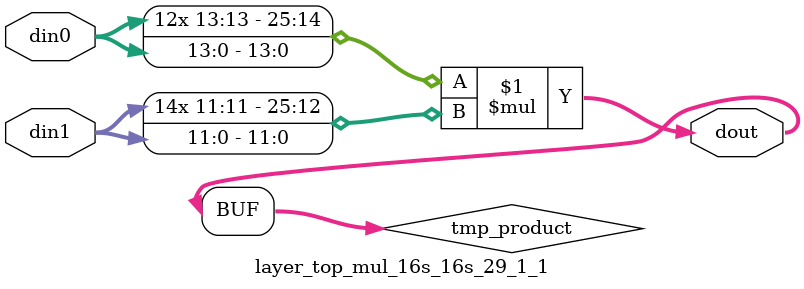
<source format=v>

`timescale 1 ns / 1 ps

  module layer_top_mul_16s_16s_29_1_1(din0, din1, dout);
parameter ID = 1;
parameter NUM_STAGE = 0;
parameter din0_WIDTH = 14;
parameter din1_WIDTH = 12;
parameter dout_WIDTH = 26;

input [din0_WIDTH - 1 : 0] din0; 
input [din1_WIDTH - 1 : 0] din1; 
output [dout_WIDTH - 1 : 0] dout;

wire signed [dout_WIDTH - 1 : 0] tmp_product;













assign tmp_product = $signed(din0) * $signed(din1);








assign dout = tmp_product;







endmodule

</source>
